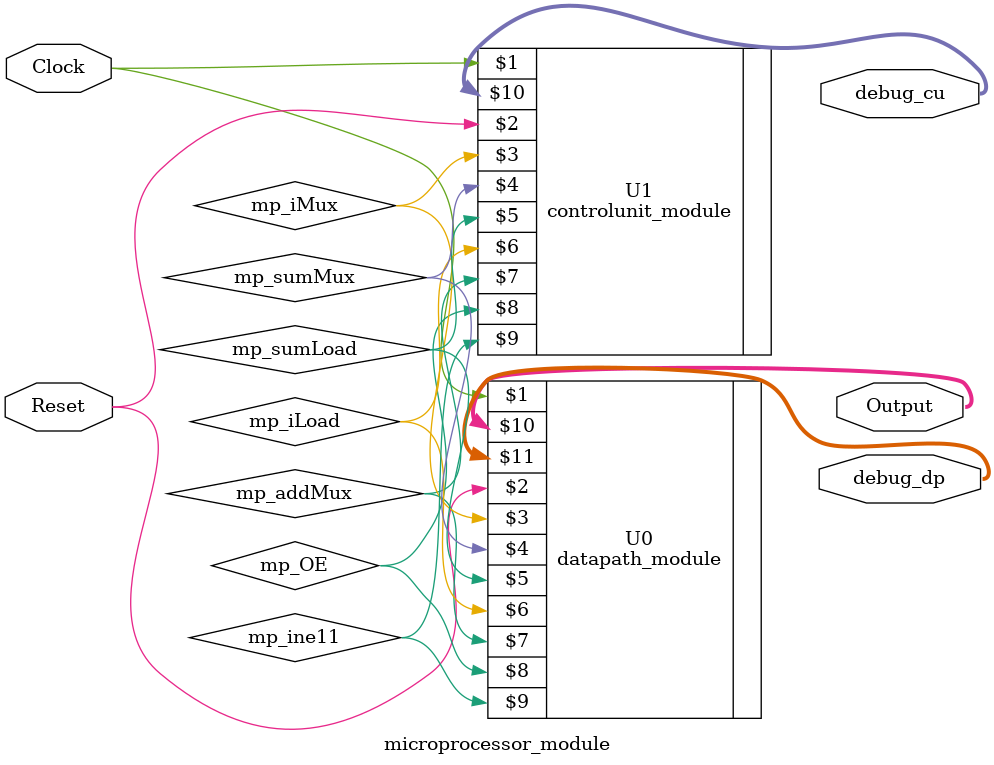
<source format=v>
`timescale 1ns / 1ps


module microprocessor_module #(parameter n = 8) (
    input Clock, Reset,
    output [n-1:0] Output,
    output [3:0] debug_cu,
    output [2:0] debug_dp
    );
    
wire mp_iMux, mp_sumMux, mp_sumLoad, mp_iLoad, mp_addMux, mp_ine11, mp_OE;

datapath_module U0 (
    Clock, Reset, mp_iMux, mp_sumMux, mp_sumLoad, mp_iLoad, mp_addMux, mp_OE, mp_ine11, Output, debug_dp
);

controlunit_module U1 (
    Clock, Reset, mp_iMux, mp_sumMux, mp_sumLoad, mp_iLoad, mp_addMux, mp_OE, mp_ine11, debug_cu
);

endmodule

</source>
